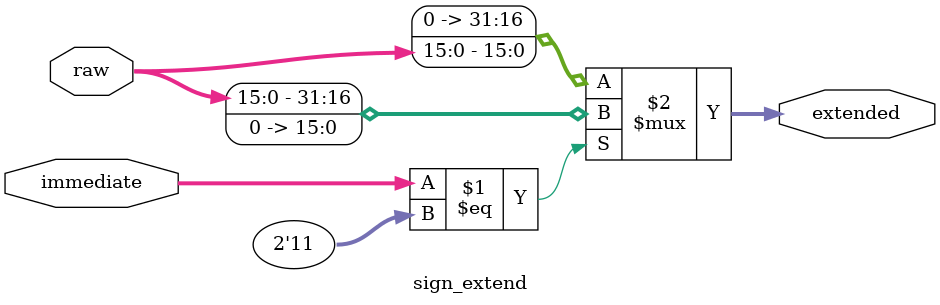
<source format=v>
module sign_extend(extended, raw , immediate);
    input [15:0] raw;
    output [31:0] extended;
    input[1:0] immediate;

    assign extended = (immediate == 2'b11) ? {raw, 16'b0000000000000000} :  {16'b0000000000000000 , raw};
endmodule
</source>
